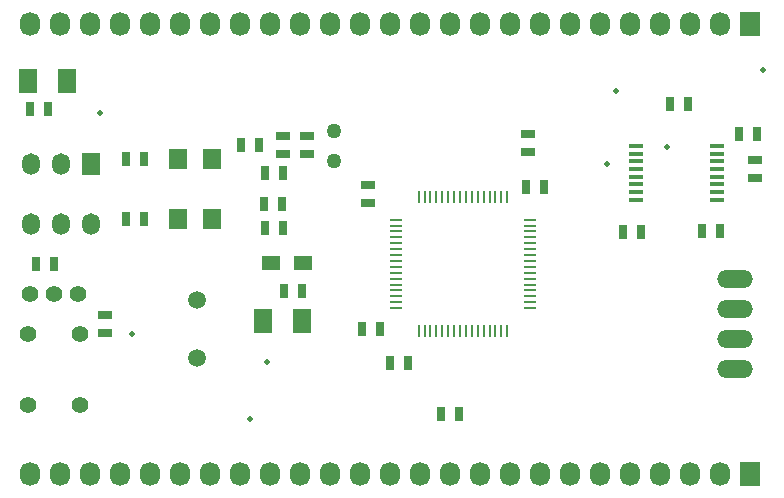
<source format=gts>
G04 #@! TF.FileFunction,Soldermask,Top*
%FSLAX46Y46*%
G04 Gerber Fmt 4.6, Leading zero omitted, Abs format (unit mm)*
G04 Created by KiCad (PCBNEW 4.0.7-e2-6376~58~ubuntu14.04.1) date Wed Mar 28 12:10:58 2018*
%MOMM*%
%LPD*%
G01*
G04 APERTURE LIST*
%ADD10C,0.100000*%
%ADD11C,1.501140*%
%ADD12R,0.635000X1.143000*%
%ADD13R,1.524000X2.032000*%
%ADD14R,1.143000X0.635000*%
%ADD15R,1.597660X1.800860*%
%ADD16R,1.727200X2.032000*%
%ADD17O,1.727200X2.032000*%
%ADD18R,1.500000X1.300000*%
%ADD19C,1.397000*%
%ADD20R,1.000000X0.250000*%
%ADD21R,0.250000X1.000000*%
%ADD22C,1.270000*%
%ADD23O,3.014980X1.506220*%
%ADD24C,1.400000*%
%ADD25R,1.524000X1.824000*%
%ADD26O,1.524000X1.824000*%
%ADD27R,1.200000X0.400000*%
%ADD28C,0.500000*%
G04 APERTURE END LIST*
D10*
D11*
X131000000Y-99559060D03*
X131000000Y-104440940D03*
D12*
X136738000Y-88800000D03*
X138262000Y-88800000D03*
X138262000Y-93500000D03*
X136738000Y-93500000D03*
D13*
X139851000Y-101300000D03*
X136549000Y-101300000D03*
X116649000Y-81000000D03*
X119951000Y-81000000D03*
D12*
X138338000Y-98800000D03*
X139862000Y-98800000D03*
X118362000Y-83400000D03*
X116838000Y-83400000D03*
D14*
X145500000Y-91362000D03*
X145500000Y-89838000D03*
X140300000Y-87162000D03*
X140300000Y-85638000D03*
X138300000Y-85638000D03*
X138300000Y-87162000D03*
D12*
X175262000Y-93700000D03*
X173738000Y-93700000D03*
X167038000Y-93800000D03*
X168562000Y-93800000D03*
D14*
X178250000Y-87688000D03*
X178250000Y-89212000D03*
D12*
X171038000Y-83000000D03*
X172562000Y-83000000D03*
X178362000Y-85500000D03*
X176838000Y-85500000D03*
D15*
X132229860Y-92710000D03*
X129390140Y-92710000D03*
X132229860Y-87630000D03*
X129390140Y-87630000D03*
D16*
X177800000Y-76200000D03*
D17*
X175260000Y-76200000D03*
X172720000Y-76200000D03*
X170180000Y-76200000D03*
X167640000Y-76200000D03*
X165100000Y-76200000D03*
X162560000Y-76200000D03*
X160020000Y-76200000D03*
X157480000Y-76200000D03*
X154940000Y-76200000D03*
X152400000Y-76200000D03*
X149860000Y-76200000D03*
X147320000Y-76200000D03*
X144780000Y-76200000D03*
X142240000Y-76200000D03*
X139700000Y-76200000D03*
X137160000Y-76200000D03*
X134620000Y-76200000D03*
X132080000Y-76200000D03*
X129540000Y-76200000D03*
X127000000Y-76200000D03*
X124460000Y-76200000D03*
X121920000Y-76200000D03*
X119380000Y-76200000D03*
X116840000Y-76200000D03*
D16*
X177800000Y-114300000D03*
D17*
X175260000Y-114300000D03*
X172720000Y-114300000D03*
X170180000Y-114300000D03*
X167640000Y-114300000D03*
X165100000Y-114300000D03*
X162560000Y-114300000D03*
X160020000Y-114300000D03*
X157480000Y-114300000D03*
X154940000Y-114300000D03*
X152400000Y-114300000D03*
X149860000Y-114300000D03*
X147320000Y-114300000D03*
X144780000Y-114300000D03*
X142240000Y-114300000D03*
X139700000Y-114300000D03*
X137160000Y-114300000D03*
X134620000Y-114300000D03*
X132080000Y-114300000D03*
X129540000Y-114300000D03*
X127000000Y-114300000D03*
X124460000Y-114300000D03*
X121920000Y-114300000D03*
X119380000Y-114300000D03*
X116840000Y-114300000D03*
D18*
X137250000Y-96400000D03*
X139950000Y-96400000D03*
D12*
X126492000Y-92710000D03*
X124968000Y-92710000D03*
D14*
X123190000Y-100838000D03*
X123190000Y-102362000D03*
D12*
X134738000Y-86400000D03*
X136262000Y-86400000D03*
X124968000Y-87630000D03*
X126492000Y-87630000D03*
D19*
X116690000Y-102420000D03*
X121090000Y-102420000D03*
X116690000Y-108420000D03*
X121090000Y-108420000D03*
D20*
X147800000Y-92750000D03*
X147800000Y-93250000D03*
X147800000Y-93750000D03*
X147800000Y-94250000D03*
X147800000Y-94750000D03*
X147800000Y-95250000D03*
X147800000Y-95750000D03*
X147800000Y-96250000D03*
X147800000Y-96750000D03*
X147800000Y-97250000D03*
X147800000Y-97750000D03*
X147800000Y-98250000D03*
X147800000Y-98750000D03*
X147800000Y-99250000D03*
X147800000Y-99750000D03*
X147800000Y-100250000D03*
D21*
X149750000Y-102200000D03*
X150250000Y-102200000D03*
X150750000Y-102200000D03*
X151250000Y-102200000D03*
X151750000Y-102200000D03*
X152250000Y-102200000D03*
X152750000Y-102200000D03*
X153250000Y-102200000D03*
X153750000Y-102200000D03*
X154250000Y-102200000D03*
X154750000Y-102200000D03*
X155250000Y-102200000D03*
X155750000Y-102200000D03*
X156250000Y-102200000D03*
X156750000Y-102200000D03*
X157250000Y-102200000D03*
D20*
X159200000Y-100250000D03*
X159200000Y-99750000D03*
X159200000Y-99250000D03*
X159200000Y-98750000D03*
X159200000Y-98250000D03*
X159200000Y-97750000D03*
X159200000Y-97250000D03*
X159200000Y-96750000D03*
X159200000Y-96250000D03*
X159200000Y-95750000D03*
X159200000Y-95250000D03*
X159200000Y-94750000D03*
X159200000Y-94250000D03*
X159200000Y-93750000D03*
X159200000Y-93250000D03*
X159200000Y-92750000D03*
D21*
X157250000Y-90800000D03*
X156750000Y-90800000D03*
X156250000Y-90800000D03*
X155750000Y-90800000D03*
X155250000Y-90800000D03*
X154750000Y-90800000D03*
X154250000Y-90800000D03*
X153750000Y-90800000D03*
X153250000Y-90800000D03*
X152750000Y-90800000D03*
X152250000Y-90800000D03*
X151750000Y-90800000D03*
X151250000Y-90800000D03*
X150750000Y-90800000D03*
X150250000Y-90800000D03*
X149750000Y-90800000D03*
D22*
X142600000Y-87770000D03*
X142600000Y-85230000D03*
D23*
X176530000Y-97790000D03*
X176530000Y-105410000D03*
X176530000Y-102870000D03*
X176530000Y-100330000D03*
D24*
X120870000Y-99060000D03*
X118870000Y-99060000D03*
X116870000Y-99060000D03*
D12*
X117348000Y-96520000D03*
X118872000Y-96520000D03*
D25*
X122000000Y-88000000D03*
D26*
X122000000Y-93080000D03*
X119460000Y-88000000D03*
X119460000Y-93080000D03*
X116920000Y-88000000D03*
X116920000Y-93080000D03*
D12*
X153162000Y-109200000D03*
X151638000Y-109200000D03*
X158838000Y-90000000D03*
X160362000Y-90000000D03*
D27*
X175050000Y-91075000D03*
X175050000Y-90425000D03*
X175050000Y-89775000D03*
X175050000Y-89125000D03*
X175050000Y-88475000D03*
X175050000Y-87825000D03*
X175050000Y-87175000D03*
X175050000Y-86525000D03*
X168150000Y-86525000D03*
X168150000Y-87175000D03*
X168150000Y-87825000D03*
X168150000Y-88475000D03*
X168150000Y-89125000D03*
X168150000Y-89775000D03*
X168150000Y-90425000D03*
X168150000Y-91075000D03*
D14*
X159000000Y-87062000D03*
X159000000Y-85538000D03*
D12*
X146462000Y-102000000D03*
X144938000Y-102000000D03*
D28*
X122800000Y-83700000D03*
X165700000Y-88000000D03*
X135500000Y-109600000D03*
X136900000Y-104800000D03*
X170800000Y-86600000D03*
X178900000Y-80100000D03*
X125500000Y-102400000D03*
D12*
X136638000Y-91400000D03*
X138162000Y-91400000D03*
D28*
X166500000Y-81900000D03*
D12*
X148862000Y-104900000D03*
X147338000Y-104900000D03*
M02*

</source>
